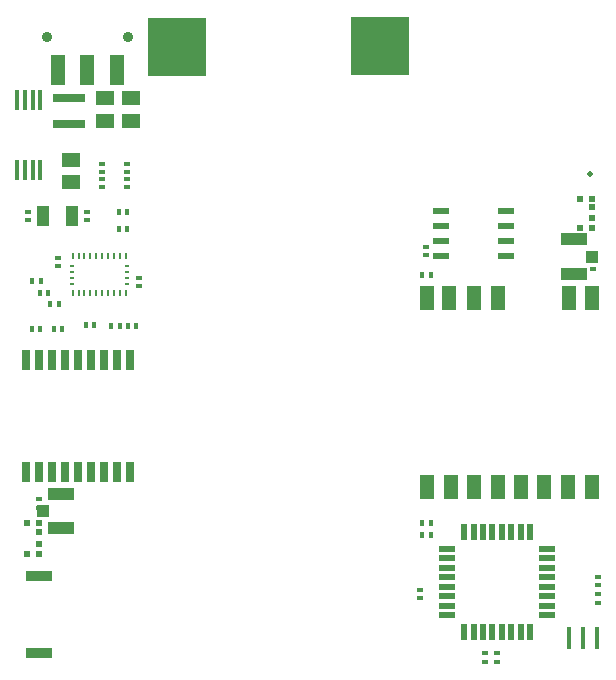
<source format=gbr>
G04*
G04 #@! TF.GenerationSoftware,Altium Limited,Altium Designer,25.5.2 (35)*
G04*
G04 Layer_Color=255*
%FSLAX25Y25*%
%MOIN*%
G70*
G04*
G04 #@! TF.SameCoordinates,38EB6A6A-CC72-40A8-BBF4-0EDFD8540081*
G04*
G04*
G04 #@! TF.FilePolarity,Positive*
G04*
G01*
G75*
%ADD18R,0.06299X0.05118*%
%ADD19R,0.19685X0.19685*%
%ADD20R,0.05000X0.07874*%
G04:AMPARAMS|DCode=21|XSize=21.65mil|YSize=19.68mil|CornerRadius=2.46mil|HoleSize=0mil|Usage=FLASHONLY|Rotation=90.000|XOffset=0mil|YOffset=0mil|HoleType=Round|Shape=RoundedRectangle|*
%AMROUNDEDRECTD21*
21,1,0.02165,0.01476,0,0,90.0*
21,1,0.01673,0.01968,0,0,90.0*
1,1,0.00492,0.00738,0.00837*
1,1,0.00492,0.00738,-0.00837*
1,1,0.00492,-0.00738,-0.00837*
1,1,0.00492,-0.00738,0.00837*
%
%ADD21ROUNDEDRECTD21*%
%ADD22R,0.08661X0.04134*%
%ADD23R,0.05750X0.02200*%
%ADD24R,0.02254X0.01438*%
%ADD25R,0.02000X0.05800*%
%ADD26R,0.01575X0.07480*%
%ADD27R,0.01438X0.02254*%
%ADD28R,0.01968X0.01378*%
%ADD29R,0.01000X0.01900*%
%ADD30R,0.04724X0.09843*%
%ADD31R,0.01654X0.07008*%
%ADD32R,0.01500X0.01000*%
%ADD33R,0.19685X0.19685*%
%ADD34R,0.10630X0.03150*%
%ADD35R,0.04134X0.03937*%
G04:AMPARAMS|DCode=36|XSize=21.65mil|YSize=19.68mil|CornerRadius=2.46mil|HoleSize=0mil|Usage=FLASHONLY|Rotation=180.000|XOffset=0mil|YOffset=0mil|HoleType=Round|Shape=RoundedRectangle|*
%AMROUNDEDRECTD36*
21,1,0.02165,0.01476,0,0,180.0*
21,1,0.01673,0.01968,0,0,180.0*
1,1,0.00492,-0.00837,0.00738*
1,1,0.00492,0.00837,0.00738*
1,1,0.00492,0.00837,-0.00738*
1,1,0.00492,-0.00837,-0.00738*
%
%ADD36ROUNDEDRECTD36*%
%ADD37R,0.08503X0.03791*%
%ADD38R,0.05800X0.02000*%
%ADD39R,0.03950X0.07100*%
%ADD47R,0.02756X0.07087*%
%ADD48R,0.03150X0.07087*%
%ADD53C,0.03543*%
%ADD60C,0.02000*%
D18*
X39370Y181299D02*
D03*
X30512D02*
D03*
X19291Y168307D02*
D03*
Y160827D02*
D03*
X39370Y188779D02*
D03*
X30512D02*
D03*
D19*
X122256Y206321D02*
D03*
D20*
X193110Y59320D02*
D03*
X137992Y59351D02*
D03*
X185236Y122343D02*
D03*
X193110D02*
D03*
X153740D02*
D03*
X145492Y122351D02*
D03*
X137992D02*
D03*
X184986Y59342D02*
D03*
X145866Y59320D02*
D03*
X153740Y59342D02*
D03*
X169488Y59351D02*
D03*
X176988D02*
D03*
X161566Y59320D02*
D03*
X161614Y122343D02*
D03*
D21*
X189075Y155217D02*
D03*
Y145669D02*
D03*
X4724Y47244D02*
D03*
X4823Y37008D02*
D03*
X8661Y47244D02*
D03*
X8760Y37008D02*
D03*
X193012Y155217D02*
D03*
Y145669D02*
D03*
D22*
X186909Y141831D02*
D03*
Y130217D02*
D03*
X16142Y56988D02*
D03*
Y45374D02*
D03*
D23*
X164268Y151201D02*
D03*
X142818Y136201D02*
D03*
Y151201D02*
D03*
Y146201D02*
D03*
X164268Y141201D02*
D03*
Y136201D02*
D03*
Y146201D02*
D03*
X142818Y141201D02*
D03*
D24*
X137795Y139187D02*
D03*
X194882Y20669D02*
D03*
X161417Y984D02*
D03*
X157480D02*
D03*
X24606Y148214D02*
D03*
X42126Y126167D02*
D03*
X4921Y148214D02*
D03*
X14961Y132860D02*
D03*
X42126Y128951D02*
D03*
X137795Y136403D02*
D03*
X161417Y3768D02*
D03*
X135827Y22230D02*
D03*
X157480Y3768D02*
D03*
X14961Y135644D02*
D03*
X8661Y52334D02*
D03*
X193209Y131974D02*
D03*
X4921Y150998D02*
D03*
X24606D02*
D03*
X194882Y29359D02*
D03*
X135827Y25014D02*
D03*
X194882Y26575D02*
D03*
Y23453D02*
D03*
X8661Y55118D02*
D03*
X193209Y134758D02*
D03*
D25*
X163017Y10859D02*
D03*
X159817Y44259D02*
D03*
X156717Y10859D02*
D03*
X169317Y44259D02*
D03*
X166117Y10859D02*
D03*
X159817D02*
D03*
X172417Y44259D02*
D03*
X150417Y10859D02*
D03*
X153517D02*
D03*
X150417Y44259D02*
D03*
X153517D02*
D03*
X156717D02*
D03*
X163017D02*
D03*
X166117D02*
D03*
X172417Y10859D02*
D03*
X169317D02*
D03*
D26*
X189961Y8858D02*
D03*
X185236D02*
D03*
X194685D02*
D03*
D27*
X139187Y47244D02*
D03*
X8844Y124016D02*
D03*
X41040Y112786D02*
D03*
X12387Y120079D02*
D03*
X6171Y111831D02*
D03*
X16475Y111941D02*
D03*
X24198Y113189D02*
D03*
X136403Y129921D02*
D03*
X35222Y145276D02*
D03*
Y150787D02*
D03*
X13691Y111941D02*
D03*
X6482Y127953D02*
D03*
X8955Y111831D02*
D03*
X139187Y129921D02*
D03*
X26983Y113189D02*
D03*
X32744Y112786D02*
D03*
X35528D02*
D03*
X11628Y124016D02*
D03*
X38256Y112786D02*
D03*
X38006Y145276D02*
D03*
Y150787D02*
D03*
X9266Y127953D02*
D03*
X15171Y120079D02*
D03*
X139187Y43307D02*
D03*
X136403D02*
D03*
Y47244D02*
D03*
D28*
X37894Y166831D02*
D03*
X29823Y164272D02*
D03*
X37894D02*
D03*
X29823Y166831D02*
D03*
Y161713D02*
D03*
Y159153D02*
D03*
X37894Y161713D02*
D03*
Y159153D02*
D03*
D29*
X27756Y136071D02*
D03*
Y123771D02*
D03*
X21850Y136071D02*
D03*
X23819D02*
D03*
X25787D02*
D03*
X37598D02*
D03*
X19882D02*
D03*
X29724D02*
D03*
X31693D02*
D03*
X33661D02*
D03*
X35630D02*
D03*
X37598Y123771D02*
D03*
X35630D02*
D03*
X33661D02*
D03*
X31693D02*
D03*
X29724D02*
D03*
X25787D02*
D03*
X23819D02*
D03*
X21850D02*
D03*
X19882D02*
D03*
D30*
X14961Y198228D02*
D03*
X24803D02*
D03*
X34646D02*
D03*
D31*
X6497Y188189D02*
D03*
X1378D02*
D03*
Y164803D02*
D03*
X3937Y188189D02*
D03*
X9056Y164803D02*
D03*
X6497D02*
D03*
X3937D02*
D03*
X9056Y188189D02*
D03*
D32*
X19640Y132874D02*
D03*
Y130905D02*
D03*
X37840Y132874D02*
D03*
Y130905D02*
D03*
Y128937D02*
D03*
Y126969D02*
D03*
X19640D02*
D03*
Y128937D02*
D03*
D33*
X54516Y205884D02*
D03*
D34*
X18504Y180315D02*
D03*
Y188977D02*
D03*
D35*
X192913Y136024D02*
D03*
X10138Y51181D02*
D03*
D36*
X8760Y44094D02*
D03*
Y40157D02*
D03*
X193012Y152657D02*
D03*
Y148721D02*
D03*
D37*
X8768Y29639D02*
D03*
Y3948D02*
D03*
D38*
X178117Y35459D02*
D03*
X144717Y38559D02*
D03*
X178117D02*
D03*
X144717Y16559D02*
D03*
X178117Y32259D02*
D03*
Y29159D02*
D03*
X144717Y32259D02*
D03*
Y29159D02*
D03*
X178117Y22859D02*
D03*
X144717Y19659D02*
D03*
Y22859D02*
D03*
Y25959D02*
D03*
Y35459D02*
D03*
X178117Y25959D02*
D03*
Y19659D02*
D03*
Y16559D02*
D03*
D39*
X9843Y149606D02*
D03*
X19692D02*
D03*
D47*
X38976Y101575D02*
D03*
X4331Y64173D02*
D03*
X38976D02*
D03*
X4331Y101575D02*
D03*
D48*
X12992Y64173D02*
D03*
X17323Y101575D02*
D03*
X12992D02*
D03*
X8661D02*
D03*
X25984D02*
D03*
X21654D02*
D03*
X8661Y64173D02*
D03*
X17323D02*
D03*
X21654D02*
D03*
X25984D02*
D03*
X30315D02*
D03*
X34646D02*
D03*
X30315Y101575D02*
D03*
X34646D02*
D03*
D53*
X11417Y209055D02*
D03*
X38189D02*
D03*
D60*
X192200Y163600D02*
D03*
M02*

</source>
